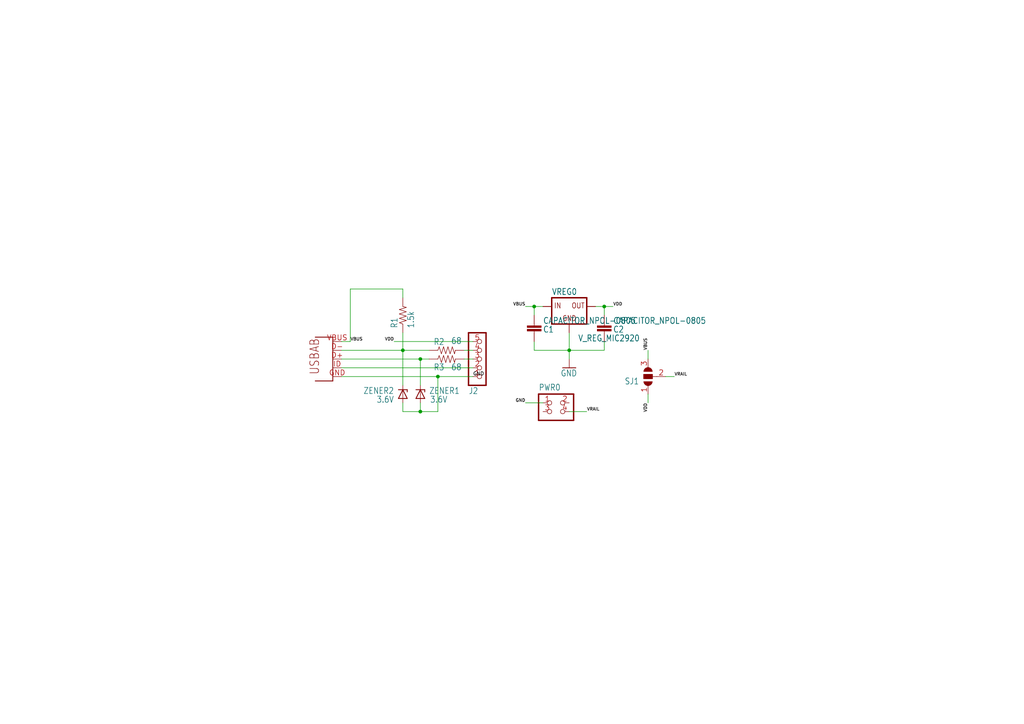
<source format=kicad_sch>
(kicad_sch (version 20250114) (generator "eeschema") (generator_version "9.0")
  (paper "A4")
  (lib_symbols
    (symbol "uUSB breakout v3-eagle-import:CAPACITOR_NPOL-0805"
      (property "Reference" "C" (at 2.54 5.08 0))
      (symbol "CAPACITOR_NPOL-0805_1_0"
        (rectangle (start -2.032 1.524) (end 2.032 2.032) (fill (type outline)))
        (rectangle (start -2.032 0.508) (end 2.032 1.016) (fill (type outline)))
        (polyline (pts (xy 0 2.54) (xy 0 2.032)) (stroke (width 0.1524)))
        (polyline (pts (xy 0 0) (xy 0 0.508)) (stroke (width 0.1524)))
        (pin passive line (at 0 5.08 270) (length 2.54) (name "1") (number "1"))
        (pin passive line (at 0 -2.54 90) (length 2.54) (name "2") (number "2"))
      )
    )
    (symbol "uUSB breakout v3-eagle-import:CON_HEADER_1X05-PTH"
      (property "Reference" "J" (at -1.27 8.255 0))
      (symbol "CON_HEADER_1X05-PTH_1_0"
        (polyline (pts (xy -1.27 7.62) (xy 3.81 7.62)) (stroke (width 0.4064)))
        (polyline (pts (xy -1.27 -7.62) (xy -1.27 7.62)) (stroke (width 0.4064)))
        (polyline (pts (xy 3.81 7.62) (xy 3.81 -7.62)) (stroke (width 0.4064)))
        (polyline (pts (xy 3.81 -7.62) (xy -1.27 -7.62)) (stroke (width 0.4064)))
        (pin bidirectional inverted (at 0 5.08 0) (length 2.54) (name "1") (number "1"))
        (pin bidirectional inverted (at 0 2.54 0) (length 2.54) (name "2") (number "2"))
        (pin bidirectional inverted (at 0 0 0) (length 2.54) (name "3") (number "3"))
        (pin bidirectional inverted (at 0 -2.54 0) (length 2.54) (name "4") (number "4"))
        (pin bidirectional inverted (at 0 -5.08 0) (length 2.54) (name "5") (number "5"))
      )
    )
    (symbol "uUSB breakout v3-eagle-import:CON_HEADER_2X02-PTH"
      (property "Reference" "J" (at -1.27 3.4925 0))
      (symbol "CON_HEADER_2X02-PTH_1_0"
        (polyline (pts (xy -1.27 2.54) (xy 8.89 2.54)) (stroke (width 0.4064)))
        (polyline (pts (xy -1.27 -5.08) (xy -1.27 2.54)) (stroke (width 0.4064)))
        (polyline (pts (xy 8.89 2.54) (xy 8.89 -5.08)) (stroke (width 0.4064)))
        (polyline (pts (xy 8.89 -5.08) (xy -1.27 -5.08)) (stroke (width 0.4064)))
        (pin passive inverted (at 0 0 0) (length 2.54) (name "1") (number "1"))
        (pin passive inverted (at 0 -2.54 0) (length 2.54) (name "3") (number "3"))
        (pin passive inverted (at 7.62 0 180) (length 2.54) (name "2") (number "2"))
        (pin passive inverted (at 7.62 -2.54 180) (length 2.54) (name "4") (number "4"))
      )
    )
    (symbol "uUSB breakout v3-eagle-import:GND" (power)
      (symbol "GND_1_0"
        (polyline (pts (xy -1.905 0) (xy 1.905 0)) (stroke (width 0.254)))
        (pin power_in line (at 0 2.54 270) (length 2.54) (name "GND") (number "1"))
      )
    )
    (symbol "uUSB breakout v3-eagle-import:RESISTOR0805-RES"
      (property "Reference" "R" (at -3.81 1.4986 0))
      (symbol "RESISTOR0805-RES_1_0"
        (polyline (pts (xy -2.54 0) (xy -2.159 1.016)) (stroke (width 0.1524)))
        (polyline (pts (xy -2.159 1.016) (xy -1.524 -1.016)) (stroke (width 0.1524)))
        (polyline (pts (xy -1.524 -1.016) (xy -0.889 1.016)) (stroke (width 0.1524)))
        (polyline (pts (xy -0.889 1.016) (xy -0.254 -1.016)) (stroke (width 0.1524)))
        (polyline (pts (xy -0.254 -1.016) (xy 0.381 1.016)) (stroke (width 0.1524)))
        (polyline (pts (xy 0.381 1.016) (xy 1.016 -1.016)) (stroke (width 0.1524)))
        (polyline (pts (xy 1.016 -1.016) (xy 1.651 1.016)) (stroke (width 0.1524)))
        (polyline (pts (xy 1.651 1.016) (xy 2.286 -1.016)) (stroke (width 0.1524)))
        (polyline (pts (xy 2.286 -1.016) (xy 2.54 0)) (stroke (width 0.1524)))
        (pin passive line (at -5.08 0 0) (length 2.54) (name "1") (number "1"))
        (pin passive line (at 5.08 0 180) (length 2.54) (name "2") (number "2"))
      )
    )
    (symbol "uUSB breakout v3-eagle-import:SJ2W"
      (property "Reference" "SJ" (at 2.54 0.381 0))
      (symbol "SJ2W_1_0"
        (polyline (pts (xy -2.54 0) (xy -1.27 0)) (stroke (width 0.1524)))
        (polyline (pts (xy -1.27 0.635) (xy 1.27 0.635)) (stroke (width 0.1524)))
        (polyline (pts (xy -1.27 0) (xy -1.27 0.635)) (stroke (width 0.1524)))
        (rectangle (start -1.27 -0.635) (end 1.27 0.635) (fill (type outline)))
        (polyline (pts (xy -1.27 -0.635) (xy -1.27 0)) (stroke (width 0.1524)))
        (arc (start -1.27 1.397) (mid 0 2.667) (end 1.27 1.397) (stroke (width 0.0001)) (fill (type outline)))
        (arc (start 1.27 -1.397) (mid 0 -2.667) (end -1.27 -1.397) (stroke (width 0.0001)) (fill (type outline)))
        (polyline (pts (xy 1.27 0.635) (xy 1.27 -0.635)) (stroke (width 0.1524)))
        (polyline (pts (xy 1.27 -0.635) (xy -1.27 -0.635)) (stroke (width 0.1524)))
        (pin passive line (at -5.08 0 0) (length 2.54) (name "2") (number "2"))
        (pin passive line (at 0 5.08 270) (length 2.54) (name "1") (number "1"))
        (pin passive line (at 0 -5.08 90) (length 2.54) (name "3") (number "3"))
      )
    )
    (symbol "uUSB breakout v3-eagle-import:USB-AB"
      (symbol "USB-AB_1_0"
        (polyline (pts (xy -2.54 6.35) (xy -2.54 -6.35)) (stroke (width 0.254)))
        (polyline (pts (xy -2.54 -6.35) (xy 2.54 -6.35)) (stroke (width 0.254)))
        (polyline (pts (xy 2.54 6.35) (xy -2.54 6.35)) (stroke (width 0.254)))
        (text "USBAB" (at 1.27 -6.096 900) (effects (font (size 2.54 2.159)) (justify left bottom)))
        (pin bidirectional line (at -5.08 5.08 0) (length 2.54) (name "GND") (number "GND"))
        (pin bidirectional line (at -5.08 2.54 0) (length 2.54) (name "USBID") (number "ID"))
        (pin bidirectional line (at -5.08 0 0) (length 2.54) (name "D+") (number "D+"))
        (pin bidirectional line (at -5.08 -2.54 0) (length 2.54) (name "D-") (number "D-"))
        (pin bidirectional line (at -5.08 -5.08 0) (length 2.54) (name "VBUS") (number "VBUS"))
      )
    )
    (symbol "uUSB breakout v3-eagle-import:V_REG_MIC2920"
      (symbol "V_REG_MIC2920_1_0"
        (polyline (pts (xy -5.08 2.54) (xy -5.08 -5.08)) (stroke (width 0.4064)))
        (polyline (pts (xy -5.08 -5.08) (xy 5.08 -5.08)) (stroke (width 0.4064)))
        (polyline (pts (xy 5.08 2.54) (xy -5.08 2.54)) (stroke (width 0.4064)))
        (polyline (pts (xy 5.08 -5.08) (xy 5.08 2.54)) (stroke (width 0.4064)))
        (text "IN" (at -4.445 -0.635 0) (effects (font (size 1.524 1.2954)) (justify left bottom)))
        (text "GND" (at -2.032 -4.318 0) (effects (font (size 1.524 1.2954)) (justify left bottom)))
        (text "OUT" (at 0.635 -0.635 0) (effects (font (size 1.524 1.2954)) (justify left bottom)))
        (pin input line (at -7.62 0 0) (length 2.54) (name "IN") (number "1"))
        (pin input line (at 0 -7.62 90) (length 2.54) (name "GND") (number "2"))
        (pin input line (at 0 -7.62 90) (length 2.54) (name "GND") (number "4"))
        (pin output line (at 7.62 0 180) (length 2.54) (name "OUT") (number "3"))
      )
    )
    (symbol "uUSB breakout v3-eagle-import:ZENER-DIODESOD80C"
      (property "Reference" "D" (at -1.778 1.905 0))
      (symbol "ZENER-DIODESOD80C_1_0"
        (polyline (pts (xy -1.27 1.27) (xy -1.27 -1.27)) (stroke (width 0.254)))
        (polyline (pts (xy -1.27 -1.27) (xy 1.27 0)) (stroke (width 0.254)))
        (polyline (pts (xy 1.27 1.27) (xy 1.27 0)) (stroke (width 0.254)))
        (polyline (pts (xy 1.27 0) (xy -1.27 1.27)) (stroke (width 0.254)))
        (polyline (pts (xy 1.27 0) (xy 1.27 -1.27)) (stroke (width 0.254)))
        (polyline (pts (xy 1.27 -1.27) (xy 0.635 -1.27)) (stroke (width 0.254)))
        (pin passive line (at -2.54 0 0) (length 2.54) (name "A") (number "A"))
        (pin passive line (at 2.54 0 180) (length 2.54) (name "C") (number "C"))
      )
    )
  )
  (junction (at 165.1 101.6))
  (junction (at 127 109.22))
  (junction (at 175.26 88.9))
  (junction (at 116.84 101.6))
  (junction (at 154.94 88.9))
  (junction (at 121.92 119.38))
  (junction (at 121.92 104.14))
  (wire (pts (xy 187.96 104.14) (xy 187.96 101.6)) (stroke (width 0.1524)))
  (wire (pts (xy 152.4 116.84) (xy 157.48 116.84)) (stroke (width 0.1524)))
  (wire (pts (xy 165.1 101.6) (xy 165.1 96.52)) (stroke (width 0.1524)))
  (wire (pts (xy 157.48 88.9) (xy 154.94 88.9)) (stroke (width 0.1524)))
  (wire (pts (xy 137.16 99.06) (xy 114.3 99.06)) (stroke (width 0.1524)))
  (wire (pts (xy 116.84 119.38) (xy 121.92 119.38)) (stroke (width 0.1524)))
  (wire (pts (xy 121.92 119.38) (xy 121.92 116.84)) (stroke (width 0.1524)))
  (wire (pts (xy 121.92 104.14) (xy 99.06 104.14)) (stroke (width 0.1524)))
  (wire (pts (xy 154.94 99.06) (xy 154.94 101.6)) (stroke (width 0.1524)))
  (wire (pts (xy 127 119.38) (xy 127 109.22)) (stroke (width 0.1524)))
  (wire (pts (xy 116.84 86.36) (xy 116.84 83.82)) (stroke (width 0.1524)))
  (wire (pts (xy 175.26 101.6) (xy 175.26 99.06)) (stroke (width 0.1524)))
  (wire (pts (xy 154.94 88.9) (xy 152.4 88.9)) (stroke (width 0.1524)))
  (wire (pts (xy 172.72 88.9) (xy 175.26 88.9)) (stroke (width 0.1524)))
  (wire (pts (xy 193.04 109.22) (xy 195.58 109.22)) (stroke (width 0.1524)))
  (wire (pts (xy 165.1 104.14) (xy 165.1 101.6)) (stroke (width 0.1524)))
  (wire (pts (xy 134.62 101.6) (xy 137.16 101.6)) (stroke (width 0.1524)))
  (wire (pts (xy 154.94 91.44) (xy 154.94 88.9)) (stroke (width 0.1524)))
  (wire (pts (xy 121.92 111.76) (xy 121.92 104.14)) (stroke (width 0.1524)))
  (wire (pts (xy 124.46 101.6) (xy 116.84 101.6)) (stroke (width 0.1524)))
  (wire (pts (xy 165.1 119.38) (xy 170.18 119.38)) (stroke (width 0.1524)))
  (wire (pts (xy 121.92 119.38) (xy 127 119.38)) (stroke (width 0.1524)))
  (wire (pts (xy 175.26 91.44) (xy 175.26 88.9)) (stroke (width 0.1524)))
  (wire (pts (xy 101.6 83.82) (xy 101.6 99.06)) (stroke (width 0.1524)))
  (wire (pts (xy 116.84 101.6) (xy 116.84 96.52)) (stroke (width 0.1524)))
  (wire (pts (xy 127 109.22) (xy 99.06 109.22)) (stroke (width 0.1524)))
  (wire (pts (xy 99.06 99.06) (xy 101.6 99.06)) (stroke (width 0.1524)))
  (wire (pts (xy 137.16 106.68) (xy 99.06 106.68)) (stroke (width 0.1524)))
  (wire (pts (xy 137.16 109.22) (xy 127 109.22)) (stroke (width 0.1524)))
  (wire (pts (xy 187.96 114.3) (xy 187.96 116.84)) (stroke (width 0.1524)))
  (wire (pts (xy 116.84 111.76) (xy 116.84 101.6)) (stroke (width 0.1524)))
  (wire (pts (xy 154.94 101.6) (xy 165.1 101.6)) (stroke (width 0.1524)))
  (wire (pts (xy 165.1 101.6) (xy 175.26 101.6)) (stroke (width 0.1524)))
  (wire (pts (xy 175.26 88.9) (xy 177.8 88.9)) (stroke (width 0.1524)))
  (wire (pts (xy 116.84 101.6) (xy 99.06 101.6)) (stroke (width 0.1524)))
  (wire (pts (xy 137.16 104.14) (xy 134.62 104.14)) (stroke (width 0.1524)))
  (wire (pts (xy 116.84 116.84) (xy 116.84 119.38)) (stroke (width 0.1524)))
  (wire (pts (xy 124.46 104.14) (xy 121.92 104.14)) (stroke (width 0.1524)))
  (wire (pts (xy 116.84 83.82) (xy 101.6 83.82)) (stroke (width 0.1524)))
  (label "GND" (at 137.16 109.22 0) (effects (font (size 1.016 1.016))))
  (label "VRAIL" (at 195.58 109.22 0) (effects (font (size 0.889 0.889))))
  (label "VDD" (at 187.96 116.84 270) (effects (font (size 0.889 0.889))))
  (label "GND" (at 152.4 116.84 180) (effects (font (size 0.889 0.889))))
  (label "VBUS" (at 187.96 101.6 90) (effects (font (size 0.889 0.889))))
  (label "VBUS" (at 101.6 99.06 0) (effects (font (size 0.889 0.889))))
  (label "VDD" (at 177.8 88.9 0) (effects (font (size 0.889 0.889))))
  (label "VRAIL" (at 170.18 119.38 0) (effects (font (size 0.889 0.889))))
  (label "VDD" (at 114.3 99.06 180) (effects (font (size 0.889 0.889))))
  (label "VBUS" (at 152.4 88.9 180) (effects (font (size 0.889 0.889))))
  (symbol (lib_id "uUSB breakout v3-eagle-import:ZENER-DIODESOD80C") (at 116.84 114.3 90) (unit 1)
    (property "Reference" "ZENER2" (at 114.3254 114.3 90) (effects (font (size 1.778 1.5113)) (justify left top)))
    (property "Value" "3.6V" (at 114.3254 116.84 90) (effects (font (size 1.778 1.5113)) (justify left top)))
    (property "Footprint" "uUSB breakout v3:SOD80C" (effects (hide yes)))
  )
  (symbol (lib_id "uUSB breakout v3-eagle-import:V_REG_MIC2920") (at 165.1 88.9 0) (unit 1)
    (property "Reference" "VREG0" (at 160.02 85.598 0) (effects (font (size 1.778 1.5113)) (justify left bottom)))
    (property "Value" "V_REG_MIC2920" (at 167.64 99.06 0) (effects (font (size 1.778 1.5113)) (justify left bottom)))
    (property "Footprint" "uUSB breakout v3:SOT223" (effects (hide yes)))
  )
  (symbol (lib_id "uUSB breakout v3-eagle-import:RESISTOR0805-RES") (at 116.84 91.44 90) (unit 1)
    (property "Reference" "R1" (at 115.3414 95.25 0) (effects (font (size 1.778 1.5113)) (justify left bottom)))
    (property "Value" "1.5k" (at 120.142 95.25 0) (effects (font (size 1.778 1.5113)) (justify left bottom)))
    (property "Footprint" "uUSB breakout v3:0805" (effects (hide yes)))
  )
  (symbol (lib_id "uUSB breakout v3-eagle-import:USB-AB") (at 93.98 104.14 180) (unit 1)
    (property "Reference" "UUSB0" (effects (hide yes)))
    (property "Value" "USB-AB" (effects (hide yes)))
    (property "Footprint" "uUSB breakout v3:USB-AB-MICRO-SMD" (effects (hide yes)))
  )
  (symbol (lib_id "uUSB breakout v3-eagle-import:RESISTOR0805-RES") (at 129.54 101.6 0) (unit 1)
    (property "Reference" "R2" (at 125.73 100.1014 0) (effects (font (size 1.778 1.5113)) (justify left bottom)))
    (property "Value" "68" (at 130.81 99.822 0) (effects (font (size 1.778 1.5113)) (justify left bottom)))
    (property "Footprint" "uUSB breakout v3:0805" (effects (hide yes)))
  )
  (symbol (lib_id "uUSB breakout v3-eagle-import:SJ2W") (at 187.96 109.22 180) (unit 1)
    (property "Reference" "SJ1" (at 185.42 109.601 0) (effects (font (size 1.778 1.5113)) (justify left bottom)))
    (property "Value" "SJ2W" (effects (hide yes)))
    (property "Footprint" "uUSB breakout v3:SJ_2" (effects (hide yes)))
  )
  (symbol (lib_id "uUSB breakout v3-eagle-import:CON_HEADER_1X05-PTH") (at 137.16 104.14 0) (mirror x) (unit 1)
    (property "Reference" "J2" (at 135.89 112.395 0) (effects (font (size 1.778 1.5113)) (justify left bottom)))
    (property "Value" "CON_HEADER_1X05-PTH" (effects (hide yes)))
    (property "Footprint" "uUSB breakout v3:M1X5" (effects (hide yes)))
  )
  (symbol (lib_id "uUSB breakout v3-eagle-import:CAPACITOR_NPOL-0805") (at 154.94 96.52 0) (unit 1)
    (property "Reference" "C1" (at 157.48 96.52 0) (effects (font (size 1.778 1.5113)) (justify left bottom)))
    (property "Value" "CAPACITOR_NPOL-0805" (at 157.48 93.98 0) (effects (font (size 1.778 1.5113)) (justify left bottom)))
    (property "Footprint" "uUSB breakout v3:C805" (effects (hide yes)))
  )
  (symbol (lib_id "uUSB breakout v3-eagle-import:ZENER-DIODESOD80C") (at 121.92 114.3 90) (unit 1)
    (property "Reference" "ZENER1" (at 124.4346 114.3 90) (effects (font (size 1.778 1.5113)) (justify right top)))
    (property "Value" "3.6V" (at 124.6886 116.84 90) (effects (font (size 1.778 1.5113)) (justify right top)))
    (property "Footprint" "uUSB breakout v3:SOD80C" (effects (hide yes)))
  )
  (symbol (lib_id "uUSB breakout v3-eagle-import:CAPACITOR_NPOL-0805") (at 175.26 96.52 0) (unit 1)
    (property "Reference" "C2" (at 177.8 96.52 0) (effects (font (size 1.778 1.5113)) (justify left bottom)))
    (property "Value" "CAPACITOR_NPOL-0805" (at 177.8 93.98 0) (effects (font (size 1.778 1.5113)) (justify left bottom)))
    (property "Footprint" "uUSB breakout v3:C805" (effects (hide yes)))
  )
  (symbol (lib_id "uUSB breakout v3-eagle-import:CON_HEADER_2X02-PTH") (at 157.48 116.84 0) (unit 1)
    (property "Reference" "PWR0" (at 156.21 113.3475 0) (effects (font (size 1.778 1.5113)) (justify left bottom)))
    (property "Value" "CON_HEADER_2X02-PTH" (effects (hide yes)))
    (property "Footprint" "uUSB breakout v3:M2X2" (effects (hide yes)))
  )
  (symbol (lib_id "uUSB breakout v3-eagle-import:GND") (at 165.1 106.68 0) (unit 1)
    (property "Reference" "#GND1" (effects (hide yes)))
    (property "Value" "GND" (at 162.56 109.22 0) (effects (font (size 1.778 1.5113)) (justify left bottom)))
  )
  (symbol (lib_id "uUSB breakout v3-eagle-import:RESISTOR0805-RES") (at 129.54 104.14 0) (unit 1)
    (property "Reference" "R3" (at 125.73 107.4674 0) (effects (font (size 1.778 1.5113)) (justify left bottom)))
    (property "Value" "68" (at 130.81 107.442 0) (effects (font (size 1.778 1.5113)) (justify left bottom)))
    (property "Footprint" "uUSB breakout v3:0805" (effects (hide yes)))
  )
)
</source>
